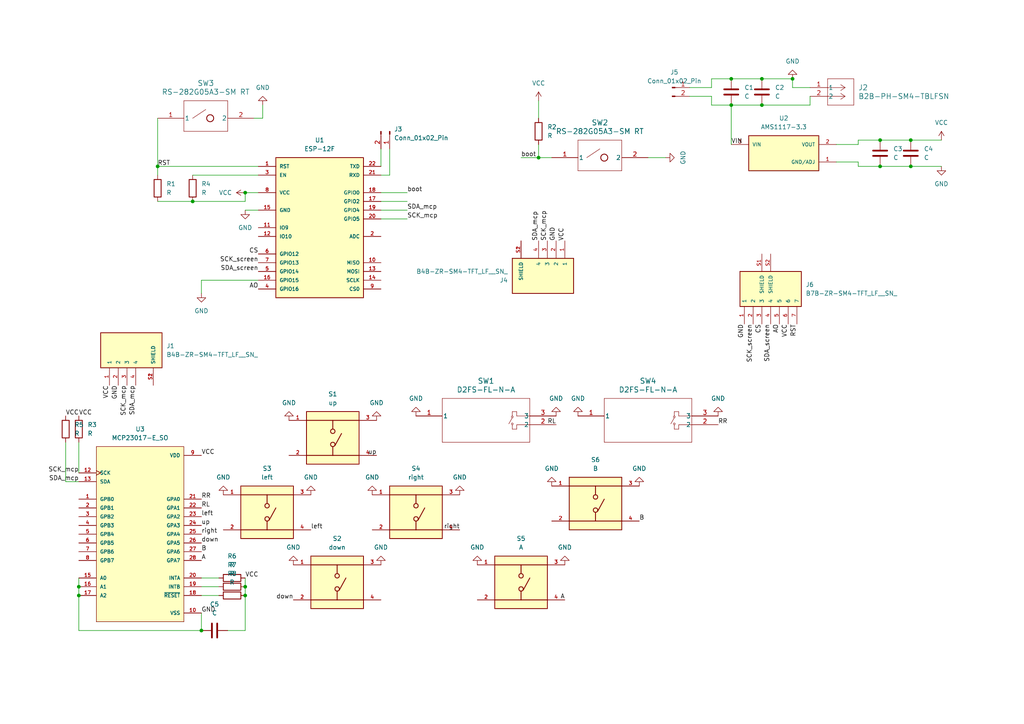
<source format=kicad_sch>
(kicad_sch (version 20230121) (generator eeschema)
  (paper "A4")
  (lib_symbols
    (symbol "Connector:Conn_01x02_Pin" (pin_names (offset 1.016) hide)
      (property "Reference" "J" (at 0 2.54 0))
      (property "Value" "Conn_01x02_Pin" (at 0 -5.08 0))
      (symbol "Conn_01x02_Pin_1_1"
        (polyline (pts (xy 1.27 -2.54) (xy 0.8636 -2.54)) (stroke (width 0.1524)))
        (polyline (pts (xy 1.27 0) (xy 0.8636 0)) (stroke (width 0.1524)))
        (rectangle (start 0.8636 -2.413) (end 0 -2.667) (stroke (width 0.1524)) (fill (type outline)))
        (rectangle (start 0.8636 0.127) (end 0 -0.127) (stroke (width 0.1524)) (fill (type outline)))
        (pin passive line (at 5.08 0 180) (length 3.81) (name "Pin_1") (number "1"))
        (pin passive line (at 5.08 -2.54 180) (length 3.81) (name "Pin_2") (number "2"))
      )
    )
    (symbol "Device:C" (pin_numbers hide) (pin_names (offset 0.254))
      (property "Reference" "C" (at 0.635 2.54 0))
      (property "Value" "C" (at 0.635 -2.54 0))
      (symbol "C_0_1"
        (polyline (pts (xy -2.032 -0.762) (xy 2.032 -0.762)) (stroke (width 0.508)))
        (polyline (pts (xy -2.032 0.762) (xy 2.032 0.762)) (stroke (width 0.508)))
      )
      (symbol "C_1_1"
        (pin passive line (at 0 3.81 270) (length 2.794) (name "~") (number "1"))
        (pin passive line (at 0 -3.81 90) (length 2.794) (name "~") (number "2"))
      )
    )
    (symbol "Device:R" (pin_numbers hide) (pin_names (offset 0))
      (property "Reference" "R" (at 2.032 0 90))
      (property "Value" "R" (at 0 0 90))
      (symbol "R_0_1"
        (rectangle (start -1.016 -2.54) (end 1.016 2.54) (stroke (width 0.254)))
      )
      (symbol "R_1_1"
        (pin passive line (at 0 3.81 270) (length 1.27) (name "~") (number "1"))
        (pin passive line (at 0 -3.81 90) (length 1.27) (name "~") (number "2"))
      )
    )
    (symbol "esp_example_symbols:AMS1117-3.3" (pin_names (offset 1.016))
      (property "Reference" "U" (at -10.16 5.588 0))
      (property "Value" "AMS1117-3.3" (at -10.16 -8.128 0))
      (symbol "AMS1117-3.3_0_0"
        (rectangle (start -10.16 -5.08) (end 10.16 5.08) (stroke (width 0.254)) (fill (type background)))
        (pin power_in line (at 15.24 -2.54 180) (length 5.08) (name "GND/ADJ") (number "1"))
        (pin output line (at 15.24 2.54 180) (length 5.08) (name "VOUT") (number "2"))
        (pin input line (at -15.24 2.54 0) (length 5.08) (name "VIN") (number "3"))
      )
    )
    (symbol "esp_example_symbols:B2B-PH-SM4-TBLFSN" (pin_names (offset 0.254))
      (property "Reference" "J" (at 8.89 6.35 0))
      (property "Value" "B2B-PH-SM4-TBLFSN" (at 0 0 0))
      (symbol "B2B-PH-SM4-TBLFSN_1_1"
        (polyline (pts (xy 5.08 -5.08) (xy 12.7 -5.08)) (stroke (width 0.127)))
        (polyline (pts (xy 5.08 2.54) (xy 5.08 -5.08)) (stroke (width 0.127)))
        (polyline (pts (xy 10.16 -2.54) (xy 5.08 -2.54)) (stroke (width 0.127)))
        (polyline (pts (xy 10.16 -2.54) (xy 8.89 -3.3867)) (stroke (width 0.127)))
        (polyline (pts (xy 10.16 -2.54) (xy 8.89 -1.6933)) (stroke (width 0.127)))
        (polyline (pts (xy 10.16 0) (xy 5.08 0)) (stroke (width 0.127)))
        (polyline (pts (xy 10.16 0) (xy 8.89 -0.8467)) (stroke (width 0.127)))
        (polyline (pts (xy 10.16 0) (xy 8.89 0.8467)) (stroke (width 0.127)))
        (polyline (pts (xy 12.7 -5.08) (xy 12.7 2.54)) (stroke (width 0.127)))
        (polyline (pts (xy 12.7 2.54) (xy 5.08 2.54)) (stroke (width 0.127)))
        (pin unspecified line (at 0 0 0) (length 5.08) (name "1") (number "1"))
        (pin unspecified line (at 0 -2.54 0) (length 5.08) (name "2") (number "2"))
      )
      (symbol "B2B-PH-SM4-TBLFSN_1_2"
        (polyline (pts (xy 5.08 -5.08) (xy 12.7 -5.08)) (stroke (width 0.127)))
        (polyline (pts (xy 5.08 2.54) (xy 5.08 -5.08)) (stroke (width 0.127)))
        (polyline (pts (xy 7.62 -2.54) (xy 5.08 -2.54)) (stroke (width 0.127)))
        (polyline (pts (xy 7.62 -2.54) (xy 8.89 -3.3867)) (stroke (width 0.127)))
        (polyline (pts (xy 7.62 -2.54) (xy 8.89 -1.6933)) (stroke (width 0.127)))
        (polyline (pts (xy 7.62 0) (xy 5.08 0)) (stroke (width 0.127)))
        (polyline (pts (xy 7.62 0) (xy 8.89 -0.8467)) (stroke (width 0.127)))
        (polyline (pts (xy 7.62 0) (xy 8.89 0.8467)) (stroke (width 0.127)))
        (polyline (pts (xy 12.7 -5.08) (xy 12.7 2.54)) (stroke (width 0.127)))
        (polyline (pts (xy 12.7 2.54) (xy 5.08 2.54)) (stroke (width 0.127)))
        (pin unspecified line (at 0 0 0) (length 5.08) (name "1") (number "1"))
        (pin unspecified line (at 0 -2.54 0) (length 5.08) (name "2") (number "2"))
      )
    )
    (symbol "esp_example_symbols:B4B-ZR-SM4-TFT_LF__SN_" (pin_names (offset 1.016))
      (property "Reference" "J" (at -5.08 10.795 0))
      (property "Value" "B4B-ZR-SM4-TFT_LF__SN_" (at -5.08 -10.16 0))
      (symbol "B4B-ZR-SM4-TFT_LF__SN__0_0"
        (rectangle (start -5.08 10.16) (end 5.08 -7.62) (stroke (width 0.254)) (fill (type background)))
        (pin passive line (at -10.16 7.62 0) (length 5.08) (name "1") (number "1"))
        (pin passive line (at -10.16 5.08 0) (length 5.08) (name "2") (number "2"))
        (pin passive line (at -10.16 2.54 0) (length 5.08) (name "3") (number "3"))
        (pin passive line (at -10.16 0 0) (length 5.08) (name "4") (number "4"))
        (pin passive line (at -10.16 -5.08 0) (length 5.08) (name "SHIELD") (number "S1"))
        (pin passive line (at -10.16 -5.08 0) (length 5.08) (name "SHIELD") (number "S2"))
      )
    )
    (symbol "esp_example_symbols:B7B-ZR-SM4-TFT_LF__SN_" (pin_names (offset 1.016))
      (property "Reference" "J" (at -5.08 10.795 0))
      (property "Value" "B7B-ZR-SM4-TFT_LF__SN_" (at -5.08 -10.16 0))
      (symbol "B7B-ZR-SM4-TFT_LF__SN__0_0"
        (rectangle (start -5.08 10.16) (end 5.08 -7.62) (stroke (width 0.254)) (fill (type background)))
        (pin passive line (at -10.16 8.89 0) (length 5.08) (name "1") (number "1"))
        (pin passive line (at -10.16 6.35 0) (length 5.08) (name "2") (number "2"))
        (pin passive line (at -10.16 3.81 0) (length 5.08) (name "3") (number "3"))
        (pin passive line (at -10.16 1.27 0) (length 5.08) (name "4") (number "4"))
        (pin passive line (at 10.16 3.81 180) (length 5.08) (name "SHIELD") (number "S1"))
        (pin passive line (at 10.16 1.27 180) (length 5.08) (name "SHIELD") (number "S2"))
      )
      (symbol "B7B-ZR-SM4-TFT_LF__SN__1_0"
        (pin passive line (at -10.16 -1.27 0) (length 5.08) (name "5") (number "5"))
        (pin passive line (at -10.16 -3.81 0) (length 5.08) (name "6") (number "6"))
        (pin passive line (at -10.16 -6.35 0) (length 5.08) (name "7") (number "7"))
      )
    )
    (symbol "esp_example_symbols:D2FS-FL-N-A" (pin_names (offset 0.254))
      (property "Reference" "SW" (at 20.32 10.16 0))
      (property "Value" "D2FS-FL-N-A" (at 20.32 7.62 0))
      (symbol "D2FS-FL-N-A_0_1"
        (polyline (pts (xy 7.62 -7.62) (xy 33.02 -7.62)) (stroke (width 0.127)))
        (polyline (pts (xy 7.62 5.08) (xy 7.62 -7.62)) (stroke (width 0.127)))
        (polyline (pts (xy 27.94 -2.54) (xy 27.94 -3.81)) (stroke (width 0.127)))
        (polyline (pts (xy 27.94 -0.508) (xy 26.924 -2.286)) (stroke (width 0.127)))
        (polyline (pts (xy 27.94 1.27) (xy 27.94 0)) (stroke (width 0.127)))
        (polyline (pts (xy 29.21 -3.81) (xy 27.94 -3.81)) (stroke (width 0.127)))
        (polyline (pts (xy 29.21 -2.54) (xy 29.21 -3.81)) (stroke (width 0.127)))
        (polyline (pts (xy 29.21 0) (xy 29.21 1.27)) (stroke (width 0.127)))
        (polyline (pts (xy 29.21 1.27) (xy 27.94 1.27)) (stroke (width 0.127)))
        (polyline (pts (xy 33.02 -7.62) (xy 33.02 5.08)) (stroke (width 0.127)))
        (polyline (pts (xy 33.02 -2.54) (xy 29.21 -2.54)) (stroke (width 0.127)))
        (polyline (pts (xy 33.02 0) (xy 29.21 0)) (stroke (width 0.127)))
        (polyline (pts (xy 33.02 5.08) (xy 7.62 5.08)) (stroke (width 0.127)))
        (circle (center 27.94 -2.286) (radius 0.254) (stroke (width 0.127)))
        (circle (center 27.94 -0.254) (radius 0.254) (stroke (width 0.127)))
        (pin unspecified line (at 0 0 0) (length 7.62) (name "1") (number "1"))
        (pin unspecified line (at 40.64 -2.54 180) (length 7.62) (name "2") (number "2"))
        (pin unspecified line (at 40.64 0 180) (length 7.62) (name "3") (number "3"))
      )
    )
    (symbol "esp_example_symbols:ESP-12F" (pin_names (offset 1.016))
      (property "Reference" "U" (at -12.7254 22.9057 0))
      (property "Value" "ESP-12F" (at -12.7237 -22.9026 0))
      (symbol "ESP-12F_0_0"
        (rectangle (start -12.7 20.32) (end 12.7 -20.32) (stroke (width 0.254)) (fill (type background)))
        (pin bidirectional line (at -17.78 17.78 0) (length 5.08) (name "RST") (number "1"))
        (pin bidirectional line (at 17.78 -10.16 180) (length 5.08) (name "MISO") (number "10"))
        (pin bidirectional line (at -17.78 0 0) (length 5.08) (name "IO9") (number "11"))
        (pin bidirectional line (at -17.78 -2.54 0) (length 5.08) (name "IO10") (number "12"))
        (pin bidirectional line (at 17.78 -12.7 180) (length 5.08) (name "MOSI") (number "13"))
        (pin bidirectional line (at 17.78 -15.24 180) (length 5.08) (name "SCLK") (number "14"))
        (pin bidirectional line (at -17.78 5.08 0) (length 5.08) (name "GND") (number "15"))
        (pin bidirectional line (at -17.78 -15.24 0) (length 5.08) (name "GPIO15") (number "16"))
        (pin bidirectional line (at 17.78 7.62 180) (length 5.08) (name "GPIO2") (number "17"))
        (pin bidirectional line (at 17.78 10.16 180) (length 5.08) (name "GPIO0") (number "18"))
        (pin bidirectional line (at 17.78 5.08 180) (length 5.08) (name "GPIO4") (number "19"))
        (pin bidirectional line (at 17.78 -2.54 180) (length 5.08) (name "ADC") (number "2"))
        (pin bidirectional line (at 17.78 2.54 180) (length 5.08) (name "GPIO5") (number "20"))
        (pin bidirectional line (at 17.78 15.24 180) (length 5.08) (name "RXD") (number "21"))
        (pin bidirectional line (at 17.78 17.78 180) (length 5.08) (name "TXD") (number "22"))
        (pin bidirectional line (at -17.78 15.24 0) (length 5.08) (name "EN") (number "3"))
        (pin bidirectional line (at -17.78 -17.78 0) (length 5.08) (name "GPIO16") (number "4"))
        (pin bidirectional line (at -17.78 -12.7 0) (length 5.08) (name "GPIO14") (number "5"))
        (pin bidirectional line (at -17.78 -7.62 0) (length 5.08) (name "GPIO12") (number "6"))
        (pin bidirectional line (at -17.78 -10.16 0) (length 5.08) (name "GPIO13") (number "7"))
        (pin bidirectional line (at -17.78 10.16 0) (length 5.08) (name "VCC") (number "8"))
        (pin bidirectional line (at 17.78 -17.78 180) (length 5.08) (name "CS0") (number "9"))
      )
    )
    (symbol "esp_example_symbols:MCP23017-E_SO" (pin_names (offset 1.016))
      (property "Reference" "U" (at -12.7 25.4 0))
      (property "Value" "MCP23017-E_SO" (at -12.7 -27.94 0))
      (symbol "MCP23017-E_SO_0_0"
        (rectangle (start -12.7 -25.4) (end 12.7 25.4) (stroke (width 0.1524)) (fill (type background)))
        (pin bidirectional line (at -17.78 10.16 0) (length 5.08) (name "GPB0") (number "1"))
        (pin power_in line (at 17.78 -22.86 180) (length 5.08) (name "VSS") (number "10"))
        (pin input clock (at -17.78 17.78 0) (length 5.08) (name "SCK") (number "12"))
        (pin bidirectional line (at -17.78 15.24 0) (length 5.08) (name "SDA") (number "13"))
        (pin input line (at -17.78 -12.7 0) (length 5.08) (name "A0") (number "15"))
        (pin input line (at -17.78 -15.24 0) (length 5.08) (name "A1") (number "16"))
        (pin input line (at -17.78 -17.78 0) (length 5.08) (name "A2") (number "17"))
        (pin output line (at 17.78 -17.78 180) (length 5.08) (name "~{RESET}") (number "18"))
        (pin output line (at 17.78 -15.24 180) (length 5.08) (name "INTB") (number "19"))
        (pin bidirectional line (at -17.78 7.62 0) (length 5.08) (name "GPB1") (number "2"))
        (pin output line (at 17.78 -12.7 180) (length 5.08) (name "INTA") (number "20"))
        (pin bidirectional line (at 17.78 10.16 180) (length 5.08) (name "GPA0") (number "21"))
        (pin bidirectional line (at 17.78 7.62 180) (length 5.08) (name "GPA1") (number "22"))
        (pin bidirectional line (at 17.78 5.08 180) (length 5.08) (name "GPA2") (number "23"))
        (pin bidirectional line (at 17.78 2.54 180) (length 5.08) (name "GPA3") (number "24"))
        (pin bidirectional line (at 17.78 0 180) (length 5.08) (name "GPA4") (number "25"))
        (pin bidirectional line (at 17.78 -2.54 180) (length 5.08) (name "GPA5") (number "26"))
        (pin bidirectional line (at 17.78 -5.08 180) (length 5.08) (name "GPA6") (number "27"))
        (pin bidirectional line (at 17.78 -7.62 180) (length 5.08) (name "GPA7") (number "28"))
        (pin bidirectional line (at -17.78 5.08 0) (length 5.08) (name "GPB2") (number "3"))
        (pin bidirectional line (at -17.78 2.54 0) (length 5.08) (name "GPB3") (number "4"))
        (pin bidirectional line (at -17.78 0 0) (length 5.08) (name "GPB4") (number "5"))
        (pin bidirectional line (at -17.78 -2.54 0) (length 5.08) (name "GPB5") (number "6"))
        (pin bidirectional line (at -17.78 -5.08 0) (length 5.08) (name "GPB6") (number "7"))
        (pin bidirectional line (at -17.78 -7.62 0) (length 5.08) (name "GPB7") (number "8"))
        (pin power_in line (at 17.78 22.86 180) (length 5.08) (name "VDD") (number "9"))
      )
    )
    (symbol "esp_example_symbols:RS-282G05A3-SM_RT" (pin_names (offset 0.254))
      (property "Reference" "SW" (at 40.64 12.7 0))
      (property "Value" "RS-282G05A3-SM RT" (at 40.64 10.16 0))
      (symbol "RS-282G05A3-SM_RT_0_1"
        (polyline (pts (xy 50.8 -3.81) (xy 63.5 -3.81)) (stroke (width 0.127)))
        (polyline (pts (xy 50.8 5.08) (xy 50.8 -3.81)) (stroke (width 0.127)))
        (polyline (pts (xy 53.34 0) (xy 57.15 2.54)) (stroke (width 0.127)))
        (polyline (pts (xy 63.5 -3.81) (xy 63.5 5.08)) (stroke (width 0.127)))
        (polyline (pts (xy 63.5 5.08) (xy 50.8 5.08)) (stroke (width 0.127)))
        (circle (center 58.42 0) (radius 1.016) (stroke (width 0.254)))
        (pin unspecified line (at 43.18 0 0) (length 7.62) (name "1") (number "1"))
        (pin unspecified line (at 71.12 0 180) (length 7.62) (name "2") (number "2"))
      )
    )
    (symbol "esp_example_symbols:switch" (pin_names (offset 1.016))
      (property "Reference" "S" (at -7.62 8.382 0))
      (property "Value" "switch" (at -7.62 -8.382 0))
      (symbol "switch_0_0"
        (rectangle (start -7.62 7.62) (end 7.62 -7.62) (stroke (width 0.254)) (fill (type background)))
        (circle (center 0 -1.905) (radius 0.635) (stroke (width 0.254)))
        (polyline (pts (xy 0 -5.08) (xy -7.62 -5.08)) (stroke (width 0.254)))
        (polyline (pts (xy 0 -5.08) (xy 7.62 -5.08)) (stroke (width 0.254)))
        (polyline (pts (xy 0 -2.54) (xy 0 -5.08)) (stroke (width 0.254)))
        (polyline (pts (xy 0 5.08) (xy -7.62 5.08)) (stroke (width 0.254)))
        (polyline (pts (xy 0 5.08) (xy 0 2.54)) (stroke (width 0.254)))
        (polyline (pts (xy 0 5.08) (xy 7.62 5.08)) (stroke (width 0.254)))
        (polyline (pts (xy 0.635 -2.2225) (xy 2.54 1.27)) (stroke (width 0.254)))
        (circle (center 0 1.905) (radius 0.635) (stroke (width 0.254)))
        (pin passive line (at -12.7 5.08 0) (length 5.08) (name "~") (number "1"))
        (pin passive line (at -12.7 -5.08 0) (length 5.08) (name "~") (number "2"))
        (pin passive line (at 12.7 5.08 180) (length 5.08) (name "~") (number "3"))
        (pin passive line (at 12.7 -5.08 180) (length 5.08) (name "~") (number "4"))
      )
    )
    (symbol "power:GND" (power) (pin_names (offset 0))
      (property "Value" "GND" (at 0 -3.81 0))
      (symbol "GND_0_1"
        (polyline (pts (xy 0 0) (xy 0 -1.27) (xy 1.27 -1.27) (xy 0 -2.54) (xy -1.27 -1.27) (xy 0 -1.27)))
      )
      (symbol "GND_1_1"
        (pin power_in line (at 0 0 270) (length 0) hide (name "GND") (number "1"))
      )
    )
    (symbol "power:VCC" (power) (pin_names (offset 0))
      (property "Value" "VCC" (at 0 3.81 0))
      (symbol "VCC_0_1"
        (polyline (pts (xy -0.762 1.27) (xy 0 2.54)))
        (polyline (pts (xy 0 0) (xy 0 2.54)))
        (polyline (pts (xy 0 2.54) (xy 0.762 1.27)))
      )
      (symbol "VCC_1_1"
        (pin power_in line (at 0 0 90) (length 0) hide (name "VCC") (number "1"))
      )
    )
  )
  (junction (at 264.16 40.64))
  (junction (at 156.21 45.72))
  (junction (at 255.27 48.26))
  (junction (at 212.09 22.86))
  (junction (at 255.27 40.64))
  (junction (at 212.09 30.48))
  (junction (at 220.98 30.48))
  (junction (at 264.16 48.26))
  (junction (at 22.86 172.72))
  (junction (at 71.12 170.18))
  (junction (at 71.12 172.72))
  (junction (at 220.98 22.86))
  (junction (at 229.87 22.86))
  (junction (at 71.12 55.88))
  (junction (at 55.88 58.42))
  (junction (at 58.42 182.88))
  (junction (at 22.86 170.18))
  (junction (at 45.72 48.26))
  (wire (pts (xy 212.09 22.86) (xy 220.98 22.86)))
  (wire (pts (xy 255.27 40.64) (xy 248.92 40.64)))
  (wire (pts (xy 242.57 46.99) (xy 248.92 46.99)))
  (wire (pts (xy 71.12 58.42) (xy 71.12 55.88)))
  (wire (pts (xy 71.12 182.88) (xy 66.04 182.88)))
  (wire (pts (xy 113.03 50.8) (xy 110.49 50.8)))
  (wire (pts (xy 206.375 25.4) (xy 206.375 22.86)))
  (wire (pts (xy 71.12 170.18) (xy 71.12 172.72)))
  (wire (pts (xy 156.21 45.72) (xy 160.02 45.72)))
  (wire (pts (xy 229.87 25.4) (xy 234.95 25.4)))
  (wire (pts (xy 273.05 48.26) (xy 264.16 48.26)))
  (wire (pts (xy 22.86 139.7) (xy 19.05 139.7)))
  (wire (pts (xy 58.42 170.18) (xy 63.5 170.18)))
  (wire (pts (xy 248.92 48.26) (xy 255.27 48.26)))
  (wire (pts (xy 151.13 45.72) (xy 156.21 45.72)))
  (wire (pts (xy 206.375 22.86) (xy 212.09 22.86)))
  (wire (pts (xy 110.49 63.5) (xy 118.11 63.5)))
  (wire (pts (xy 156.21 45.72) (xy 156.21 41.91)))
  (wire (pts (xy 71.12 60.96) (xy 74.93 60.96)))
  (wire (pts (xy 22.86 182.88) (xy 58.42 182.88)))
  (wire (pts (xy 71.12 167.64) (xy 71.12 170.18)))
  (wire (pts (xy 55.88 58.42) (xy 71.12 58.42)))
  (wire (pts (xy 234.95 30.48) (xy 234.95 27.94)))
  (wire (pts (xy 45.72 48.26) (xy 45.72 50.8)))
  (wire (pts (xy 58.42 182.88) (xy 58.42 177.8)))
  (wire (pts (xy 71.12 172.72) (xy 71.12 182.88)))
  (wire (pts (xy 229.87 22.86) (xy 229.87 25.4)))
  (wire (pts (xy 58.42 167.64) (xy 63.5 167.64)))
  (wire (pts (xy 76.2 30.48) (xy 76.2 34.29)))
  (wire (pts (xy 58.42 85.09) (xy 58.42 81.28)))
  (wire (pts (xy 110.49 43.18) (xy 110.49 48.26)))
  (wire (pts (xy 45.72 34.29) (xy 45.72 48.26)))
  (wire (pts (xy 200.025 27.94) (xy 206.375 27.94)))
  (wire (pts (xy 58.42 172.72) (xy 63.5 172.72)))
  (wire (pts (xy 212.09 30.48) (xy 212.09 41.91)))
  (wire (pts (xy 22.86 167.64) (xy 22.86 170.18)))
  (wire (pts (xy 22.86 170.18) (xy 22.86 172.72)))
  (wire (pts (xy 248.92 48.26) (xy 248.92 46.99)))
  (wire (pts (xy 156.21 29.21) (xy 156.21 34.29)))
  (wire (pts (xy 206.375 30.48) (xy 212.09 30.48)))
  (wire (pts (xy 58.42 81.28) (xy 74.93 81.28)))
  (wire (pts (xy 113.03 43.18) (xy 113.03 50.8)))
  (wire (pts (xy 248.92 40.64) (xy 248.92 41.91)))
  (wire (pts (xy 55.88 50.8) (xy 74.93 50.8)))
  (wire (pts (xy 71.12 55.88) (xy 74.93 55.88)))
  (wire (pts (xy 19.05 128.27) (xy 19.05 139.7)))
  (wire (pts (xy 22.86 172.72) (xy 22.86 182.88)))
  (wire (pts (xy 187.96 45.72) (xy 193.04 45.72)))
  (wire (pts (xy 110.49 55.88) (xy 118.11 55.88)))
  (wire (pts (xy 200.025 25.4) (xy 206.375 25.4)))
  (wire (pts (xy 45.72 58.42) (xy 55.88 58.42)))
  (wire (pts (xy 22.86 128.27) (xy 22.86 137.16)))
  (wire (pts (xy 242.57 41.91) (xy 248.92 41.91)))
  (wire (pts (xy 220.98 22.86) (xy 229.87 22.86)))
  (wire (pts (xy 273.05 40.64) (xy 264.16 40.64)))
  (wire (pts (xy 74.93 48.26) (xy 45.72 48.26)))
  (wire (pts (xy 220.98 30.48) (xy 234.95 30.48)))
  (wire (pts (xy 212.09 30.48) (xy 220.98 30.48)))
  (wire (pts (xy 110.49 60.96) (xy 118.11 60.96)))
  (wire (pts (xy 264.16 48.26) (xy 255.27 48.26)))
  (wire (pts (xy 206.375 27.94) (xy 206.375 30.48)))
  (wire (pts (xy 110.49 58.42) (xy 118.11 58.42)))
  (wire (pts (xy 255.27 40.64) (xy 264.16 40.64)))
  (wire (pts (xy 76.2 34.29) (xy 73.66 34.29)))
  (label "GND" (at 215.9 93.98 270))
  (label "right" (at 133.35 153.67 180))
  (label "VCC" (at 22.86 120.65 0))
  (label "boot" (at 151.13 45.72 0))
  (label "RL" (at 58.42 147.32 0))
  (label "CS" (at 74.93 73.66 180))
  (label "VCC" (at 31.75 111.76 270))
  (label "VCC" (at 58.42 132.08 0))
  (label "SCK_mcp" (at 118.11 63.5 0))
  (label "A" (at 163.83 173.99 180))
  (label "AO" (at 226.06 93.98 270))
  (label "boot" (at 118.11 55.88 0))
  (label "RST" (at 45.72 48.26 0))
  (label "SCK_screen" (at 218.44 93.98 270))
  (label "CS" (at 220.98 93.98 270))
  (label "RR" (at 208.28 123.19 0))
  (label "SDA_mcp" (at 118.11 60.96 0))
  (label "GND" (at 58.42 177.8 0))
  (label "SDA_screen" (at 223.52 93.98 270))
  (label "GND" (at 161.29 69.85 90))
  (label "A" (at 58.42 162.56 0))
  (label "up" (at 58.42 152.4 0))
  (label "B" (at 185.42 151.13 0))
  (label "SCK_mcp" (at 158.75 69.85 90))
  (label "down" (at 58.42 157.48 0))
  (label "left" (at 58.42 149.86 0))
  (label "SDA_screen" (at 74.93 78.74 180))
  (label "left" (at 90.17 153.67 0))
  (label "SCK_screen" (at 74.93 76.2 180))
  (label "SDA_mcp" (at 22.86 139.7 180))
  (label "SDA_mcp" (at 39.37 111.76 270))
  (label "down" (at 85.09 173.99 180))
  (label "right" (at 58.42 154.94 0))
  (label "SDA_mcp" (at 156.21 69.85 90))
  (label "VIN" (at 212.09 41.91 0))
  (label "SCK_mcp" (at 22.86 137.16 180))
  (label "VCC" (at 71.12 167.64 0))
  (label "up" (at 109.22 132.08 180))
  (label "GND" (at 34.29 111.76 270))
  (label "VCC" (at 163.83 69.85 90))
  (label "RL" (at 161.29 123.19 180))
  (label "VCC" (at 228.6 93.98 270))
  (label "B" (at 58.42 160.02 0))
  (label "SCK_mcp" (at 36.83 111.76 270))
  (label "RR" (at 58.42 144.78 0))
  (label "AO" (at 74.93 83.82 180))
  (label "VCC" (at 19.05 120.65 0))
  (label "RST" (at 231.14 93.98 270))
  (symbol (lib_id "Connector:Conn_01x02_Pin") (at 194.945 25.4 0) (unit 1)
    (property "Reference" "J5" (at 195.58 20.955 0))
    (property "Value" "Conn_01x02_Pin" (at 195.58 23.495 0))
    (property "Footprint" "Connector_PinHeader_2.54mm:PinHeader_1x02_P2.54mm_Vertical" (effects hide))
  )
  (symbol (lib_id "power:GND") (at 193.04 45.72 90) (unit 1)
    (property "Reference" "#PWR09" (effects hide))
    (property "Value" "GND" (at 198.12 45.72 0))
  )
  (symbol (lib_id "power:GND") (at 90.17 143.51 180) (unit 1)
    (property "Reference" "#PWR020" (effects hide))
    (property "Value" "GND" (at 90.17 138.43 0))
  )
  (symbol (lib_id "esp_example_symbols:B7B-ZR-SM4-TFT_LF__SN_") (at 224.79 83.82 90) (unit 1)
    (property "Reference" "J6" (at 233.68 82.55 90) (effects (justify right)))
    (property "Value" "B7B-ZR-SM4-TFT_LF__SN_" (at 233.68 85.09 90) (effects (justify right)))
    (property "Footprint" "esp_lib:B7B-ZR-SM4-TBLFSN_JST" (effects hide))
  )
  (symbol (lib_id "esp_example_symbols:MCP23017-E_SO") (at 40.64 154.94 0) (unit 1)
    (property "Reference" "U3" (at 40.64 124.46 0))
    (property "Value" "MCP23017-E_SO" (at 40.64 127 0))
    (property "Footprint" "esp_lib:MCP23017" (effects hide))
  )
  (symbol (lib_id "power:GND") (at 167.64 120.65 180) (unit 1)
    (property "Reference" "#PWR012" (effects hide))
    (property "Value" "GND" (at 167.64 115.57 0))
  )
  (symbol (lib_id "power:GND") (at 83.82 121.92 180) (unit 1)
    (property "Reference" "#PWR05" (effects hide))
    (property "Value" "GND" (at 83.82 116.84 0))
  )
  (symbol (lib_id "power:GND") (at 64.77 143.51 180) (unit 1)
    (property "Reference" "#PWR021" (effects hide))
    (property "Value" "GND" (at 64.77 138.43 0))
  )
  (symbol (lib_id "esp_example_symbols:B2B-PH-SM4-TBLFSN") (at 234.95 25.4 0) (unit 1)
    (property "Reference" "J2" (at 248.92 25.4 0) (effects (font (size 1.524 1.524)) (justify left)))
    (property "Value" "B2B-PH-SM4-TBLFSN" (at 248.92 27.94 0) (effects (font (size 1.524 1.524)) (justify left)))
    (property "Footprint" "esp_lib:B2B-PH-SM4-TBLFSN_JST" (effects hide))
    (property "Datasheet" "B2B-PH-SM4-TBLFSN" (effects hide))
  )
  (symbol (lib_id "power:GND") (at 160.02 140.97 180) (unit 1)
    (property "Reference" "#PWR016" (effects hide))
    (property "Value" "GND" (at 160.02 135.89 0))
  )
  (symbol (lib_id "power:GND") (at 273.05 48.26 0) (unit 1)
    (property "Reference" "#PWR04" (effects hide))
    (property "Value" "GND" (at 273.05 53.34 0))
  )
  (symbol (lib_id "power:GND") (at 133.35 143.51 180) (unit 1)
    (property "Reference" "#PWR018" (effects hide))
    (property "Value" "GND" (at 133.35 138.43 0))
  )
  (symbol (lib_id "esp_example_symbols:ESP-12F") (at 92.71 66.04 0) (unit 1)
    (property "Reference" "U1" (at 92.71 40.64 0))
    (property "Value" "ESP-12F" (at 92.71 43.18 0))
    (property "Footprint" "esp_lib:ESP-12F" (effects hide))
    (property "MF" "AI-Thinker" (effects hide))
    (property "Description" "\nWiFi Module\n" (effects hide))
    (property "Package" "Package" (effects hide))
    (property "Price" "None" (effects hide))
    (property "SnapEDA_Link" "https://www.snapeda.com/parts/ESP-12F/AI-Thinker/view-part/?ref=snap" (effects hide))
    (property "MP" "ESP-12F" (effects hide))
    (property "Availability" "Not in stock" (effects hide))
    (property "Check_prices" "https://www.snapeda.com/parts/ESP-12F/AI-Thinker/view-part/?ref=eda" (effects hide))
  )
  (symbol (lib_id "Device:R") (at 67.31 172.72 90) (unit 1)
    (property "Reference" "R8" (at 67.31 166.37 90))
    (property "Value" "R" (at 67.31 168.91 90))
    (property "Footprint" "Resistor_SMD:R_0805_2012Metric" (effects hide))
  )
  (symbol (lib_id "esp_example_symbols:D2FS-FL-N-A") (at 167.64 120.65 0) (unit 1)
    (property "Reference" "SW4" (at 187.96 110.49 0) (effects (font (size 1.524 1.524))))
    (property "Value" "D2FS-FL-N-A" (at 187.96 113.03 0) (effects (font (size 1.524 1.524))))
    (property "Footprint" "D2FS-FL-N-A_OMR" (effects hide))
    (property "Datasheet" "D2FS-FL-N-A" (effects hide))
  )
  (symbol (lib_id "power:GND") (at 229.87 22.86 180) (unit 1)
    (property "Reference" "#PWR07" (effects hide))
    (property "Value" "GND" (at 229.87 17.78 0))
  )
  (symbol (lib_id "esp_example_symbols:AMS1117-3.3") (at 227.33 44.45 0) (unit 1)
    (property "Reference" "U2" (at 227.33 34.29 0))
    (property "Value" "AMS1117-3.3" (at 227.33 36.83 0))
    (property "Footprint" "esp_lib:SOT229P700X180-4N" (effects hide))
    (property "SnapEDA_Link" "https://www.snapeda.com/parts/AMS1117-3.3/Umwelt+Sensor+Teknik/view-part/?ref=snap" (effects hide))
    (property "Description" "\nLinear Voltage Regulator IC Positive Fixed 1 Output 1A SOT-223-3L\n" (effects hide))
    (property "Package" "None" (effects hide))
    (property "Price" "None" (effects hide))
    (property "MF" "UMW" (effects hide))
    (property "MP" "AMS1117-3.3" (effects hide))
    (property "Availability" "In Stock" (effects hide))
    (property "Check_prices" "https://www.snapeda.com/parts/AMS1117-3.3/Umwelt+Sensor+Teknik/view-part/?ref=eda" (effects hide))
  )
  (symbol (lib_id "power:GND") (at 109.22 121.92 180) (unit 1)
    (property "Reference" "#PWR06" (effects hide))
    (property "Value" "GND" (at 109.22 116.84 0))
  )
  (symbol (lib_id "esp_example_symbols:switch") (at 97.79 168.91 0) (unit 1)
    (property "Reference" "S2" (at 97.79 156.21 0))
    (property "Value" "down" (at 97.79 158.75 0))
    (property "Footprint" "esp_lib:switch_6" (effects hide))
  )
  (symbol (lib_id "Device:C") (at 62.23 182.88 90) (unit 1)
    (property "Reference" "C5" (at 62.23 175.26 90))
    (property "Value" "C" (at 62.23 177.8 90))
    (property "Footprint" "Capacitor_SMD:C_0805_2012Metric" (effects hide))
  )
  (symbol (lib_id "power:GND") (at 120.65 120.65 180) (unit 1)
    (property "Reference" "#PWR011" (effects hide))
    (property "Value" "GND" (at 120.65 115.57 0))
  )
  (symbol (lib_id "power:GND") (at 208.28 120.65 180) (unit 1)
    (property "Reference" "#PWR027" (effects hide))
    (property "Value" "GND" (at 208.28 115.57 0))
  )
  (symbol (lib_id "Device:R") (at 45.72 54.61 0) (unit 1)
    (property "Reference" "R1" (at 48.26 53.34 0) (effects (justify left)))
    (property "Value" "R" (at 48.26 55.88 0) (effects (justify left)))
    (property "Footprint" "Resistor_SMD:R_0805_2012Metric" (effects hide))
  )
  (symbol (lib_id "Device:R") (at 19.05 124.46 0) (unit 1)
    (property "Reference" "R5" (at 21.59 123.19 0) (effects (justify left)))
    (property "Value" "R" (at 21.59 125.73 0) (effects (justify left)))
    (property "Footprint" "Resistor_SMD:R_0805_2012Metric" (effects hide))
  )
  (symbol (lib_id "esp_example_symbols:RS-282G05A3-SM_RT") (at 116.84 45.72 0) (unit 1)
    (property "Reference" "SW2" (at 173.99 35.56 0) (effects (font (size 1.524 1.524))))
    (property "Value" "RS-282G05A3-SM RT" (at 173.99 38.1 0) (effects (font (size 1.524 1.524))))
    (property "Footprint" "esp_lib:RS-282G05A3-SM RT_CNK" (effects hide))
    (property "Datasheet" "RS-282G05A3-SM RT" (effects hide))
  )
  (symbol (lib_id "Device:C") (at 220.98 26.67 0) (unit 1)
    (property "Reference" "C2" (at 224.79 25.4 0) (effects (justify left)))
    (property "Value" "C" (at 224.79 27.94 0) (effects (justify left)))
    (property "Footprint" "Capacitor_SMD:C_0805_2012Metric" (effects hide))
  )
  (symbol (lib_id "power:GND") (at 185.42 140.97 180) (unit 1)
    (property "Reference" "#PWR017" (effects hide))
    (property "Value" "GND" (at 185.42 135.89 0))
  )
  (symbol (lib_id "esp_example_symbols:B4B-ZR-SM4-TFT_LF__SN_") (at 156.21 80.01 270) (unit 1)
    (property "Reference" "J4" (at 147.32 81.28 90) (effects (justify right)))
    (property "Value" "B4B-ZR-SM4-TFT_LF__SN_" (at 147.32 78.74 90) (effects (justify right)))
    (property "Footprint" "esp_lib:JST_B4B-ZR-SM4-TFT_LF__SN_" (effects hide))
  )
  (symbol (lib_id "esp_example_symbols:switch") (at 96.52 127 0) (unit 1)
    (property "Reference" "S1" (at 96.52 114.3 0))
    (property "Value" "up" (at 96.52 116.84 0))
    (property "Footprint" "esp_lib:switch_6" (effects hide))
  )
  (symbol (lib_id "Device:C") (at 212.09 26.67 0) (unit 1)
    (property "Reference" "C1" (at 215.9 25.4 0) (effects (justify left)))
    (property "Value" "C" (at 215.9 27.94 0) (effects (justify left)))
    (property "Footprint" "Capacitor_SMD:C_0805_2012Metric" (effects hide))
  )
  (symbol (lib_id "power:GND") (at 138.43 163.83 180) (unit 1)
    (property "Reference" "#PWR024" (effects hide))
    (property "Value" "GND" (at 138.43 158.75 0))
  )
  (symbol (lib_id "power:GND") (at 58.42 85.09 0) (unit 1)
    (property "Reference" "#PWR015" (effects hide))
    (property "Value" "GND" (at 58.42 90.17 0))
  )
  (symbol (lib_id "esp_example_symbols:switch") (at 151.13 168.91 0) (unit 1)
    (property "Reference" "S5" (at 151.13 156.21 0))
    (property "Value" "A" (at 151.13 158.75 0))
    (property "Footprint" "esp_lib:switch_6" (effects hide))
  )
  (symbol (lib_id "power:VCC") (at 273.05 40.64 0) (unit 1)
    (property "Reference" "#PWR01" (effects hide))
    (property "Value" "VCC" (at 273.05 35.56 0))
  )
  (symbol (lib_id "power:GND") (at 76.2 30.48 180) (unit 1)
    (property "Reference" "#PWR010" (effects hide))
    (property "Value" "GND" (at 76.2 25.4 0))
  )
  (symbol (lib_id "power:GND") (at 161.29 120.65 180) (unit 1)
    (property "Reference" "#PWR026" (effects hide))
    (property "Value" "GND" (at 161.29 115.57 0))
  )
  (symbol (lib_id "Device:R") (at 156.21 38.1 0) (unit 1)
    (property "Reference" "R2" (at 158.75 36.83 0) (effects (justify left)))
    (property "Value" "R" (at 158.75 39.37 0) (effects (justify left)))
    (property "Footprint" "Resistor_SMD:R_0805_2012Metric" (effects hide))
  )
  (symbol (lib_id "power:VCC") (at 71.12 55.88 90) (unit 1)
    (property "Reference" "#PWR02" (effects hide))
    (property "Value" "VCC" (at 67.31 55.88 90) (effects (justify left)))
  )
  (symbol (lib_id "esp_example_symbols:D2FS-FL-N-A") (at 120.65 120.65 0) (unit 1)
    (property "Reference" "SW1" (at 140.97 110.49 0) (effects (font (size 1.524 1.524))))
    (property "Value" "D2FS-FL-N-A" (at 140.97 113.03 0) (effects (font (size 1.524 1.524))))
    (property "Footprint" "D2FS-FL-N-A_OMR" (effects hide))
    (property "Datasheet" "D2FS-FL-N-A" (effects hide))
  )
  (symbol (lib_id "esp_example_symbols:switch") (at 172.72 146.05 0) (unit 1)
    (property "Reference" "S6" (at 172.72 133.35 0))
    (property "Value" "B" (at 172.72 135.89 0))
    (property "Footprint" "esp_lib:switch_6" (effects hide))
  )
  (symbol (lib_id "power:GND") (at 163.83 163.83 180) (unit 1)
    (property "Reference" "#PWR025" (effects hide))
    (property "Value" "GND" (at 163.83 158.75 0))
  )
  (symbol (lib_id "power:GND") (at 85.09 163.83 180) (unit 1)
    (property "Reference" "#PWR022" (effects hide))
    (property "Value" "GND" (at 85.09 158.75 0))
  )
  (symbol (lib_id "power:GND") (at 110.49 163.83 180) (unit 1)
    (property "Reference" "#PWR023" (effects hide))
    (property "Value" "GND" (at 110.49 158.75 0))
  )
  (symbol (lib_id "power:GND") (at 71.12 60.96 0) (unit 1)
    (property "Reference" "#PWR03" (effects hide))
    (property "Value" "GND" (at 71.12 66.04 0))
  )
  (symbol (lib_id "power:VCC") (at 156.21 29.21 0) (unit 1)
    (property "Reference" "#PWR08" (effects hide))
    (property "Value" "VCC" (at 156.21 24.13 0))
  )
  (symbol (lib_id "esp_example_symbols:switch") (at 120.65 148.59 0) (unit 1)
    (property "Reference" "S4" (at 120.65 135.89 0))
    (property "Value" "right" (at 120.65 138.43 0))
    (property "Footprint" "esp_lib:switch_6" (effects hide))
  )
  (symbol (lib_id "esp_example_symbols:B4B-ZR-SM4-TFT_LF__SN_") (at 39.37 101.6 90) (unit 1)
    (property "Reference" "J1" (at 48.26 100.33 90) (effects (justify right)))
    (property "Value" "B4B-ZR-SM4-TFT_LF__SN_" (at 48.26 102.87 90) (effects (justify right)))
    (property "Footprint" "esp_lib:JST_B4B-ZR-SM4-TFT_LF__SN_" (effects hide))
  )
  (symbol (lib_id "Device:R") (at 67.31 167.64 90) (unit 1)
    (property "Reference" "R6" (at 67.31 161.29 90))
    (property "Value" "R" (at 67.31 163.83 90))
    (property "Footprint" "Resistor_SMD:R_0805_2012Metric" (effects hide))
  )
  (symbol (lib_id "Device:R") (at 55.88 54.61 0) (unit 1)
    (property "Reference" "R4" (at 58.42 53.34 0) (effects (justify left)))
    (property "Value" "R" (at 58.42 55.88 0) (effects (justify left)))
    (property "Footprint" "Resistor_SMD:R_0805_2012Metric" (effects hide))
  )
  (symbol (lib_id "Device:C") (at 264.16 44.45 0) (unit 1)
    (property "Reference" "C4" (at 267.97 43.18 0) (effects (justify left)))
    (property "Value" "C" (at 267.97 45.72 0) (effects (justify left)))
    (property "Footprint" "Capacitor_SMD:C_0805_2012Metric" (effects hide))
  )
  (symbol (lib_id "power:GND") (at 107.95 143.51 180) (unit 1)
    (property "Reference" "#PWR019" (effects hide))
    (property "Value" "GND" (at 107.95 138.43 0))
  )
  (symbol (lib_id "Device:R") (at 22.86 124.46 0) (unit 1)
    (property "Reference" "R3" (at 25.4 123.19 0) (effects (justify left)))
    (property "Value" "R" (at 25.4 125.73 0) (effects (justify left)))
    (property "Footprint" "Resistor_SMD:R_0805_2012Metric" (effects hide))
  )
  (symbol (lib_id "Device:R") (at 67.31 170.18 90) (unit 1)
    (property "Reference" "R7" (at 67.31 163.83 90))
    (property "Value" "R" (at 67.31 166.37 90))
    (property "Footprint" "Resistor_SMD:R_0805_2012Metric" (effects hide))
  )
  (symbol (lib_id "Device:C") (at 255.27 44.45 0) (unit 1)
    (property "Reference" "C3" (at 259.08 43.18 0) (effects (justify left)))
    (property "Value" "C" (at 259.08 45.72 0) (effects (justify left)))
    (property "Footprint" "Capacitor_SMD:C_0805_2012Metric" (effects hide))
  )
  (symbol (lib_id "Connector:Conn_01x02_Pin") (at 113.03 38.1 270) (unit 1)
    (property "Reference" "J3" (at 114.3 37.465 90) (effects (justify left)))
    (property "Value" "Conn_01x02_Pin" (at 114.3 40.005 90) (effects (justify left)))
    (property "Footprint" "Connector_PinHeader_2.54mm:PinHeader_1x02_P2.54mm_Vertical" (effects hide))
  )
  (symbol (lib_id "esp_example_symbols:RS-282G05A3-SM_RT") (at 2.54 34.29 0) (unit 1)
    (property "Reference" "SW3" (at 59.69 24.13 0) (effects (font (size 1.524 1.524))))
    (property "Value" "RS-282G05A3-SM RT" (at 59.69 26.67 0) (effects (font (size 1.524 1.524))))
    (property "Footprint" "esp_lib:RS-282G05A3-SM RT_CNK" (effects hide))
    (property "Datasheet" "RS-282G05A3-SM RT" (effects hide))
  )
  (symbol (lib_id "esp_example_symbols:switch") (at 77.47 148.59 0) (unit 1)
    (property "Reference" "S3" (at 77.47 135.89 0))
    (property "Value" "left" (at 77.47 138.43 0))
    (property "Footprint" "esp_lib:switch_6" (effects hide))
  )
)
</source>
